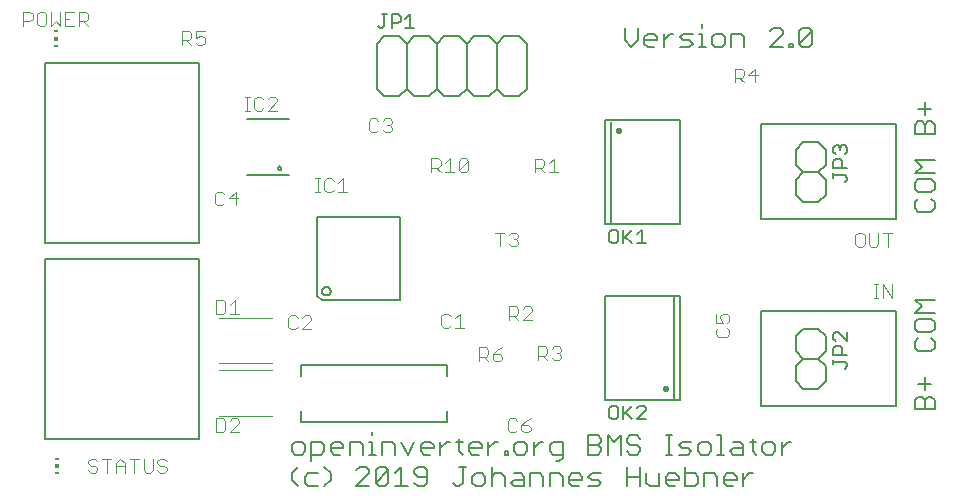
<source format=gbr>
G04 EAGLE Gerber RS-274X export*
G75*
%MOMM*%
%FSLAX34Y34*%
%LPD*%
%INSilkscreen Top*%
%IPPOS*%
%AMOC8*
5,1,8,0,0,1.08239X$1,22.5*%
G01*
%ADD10C,0.152400*%
%ADD11C,0.101600*%
%ADD12C,0.127000*%
%ADD13C,0.203200*%
%ADD14R,0.300000X0.150000*%
%ADD15R,0.300000X0.300000*%
%ADD16C,0.552200*%


D10*
X245274Y36732D02*
X250697Y36732D01*
X253409Y39444D01*
X253409Y44867D01*
X250697Y47579D01*
X245274Y47579D01*
X242562Y44867D01*
X242562Y39444D01*
X245274Y36732D01*
X258934Y31309D02*
X258934Y47579D01*
X267069Y47579D01*
X269780Y44867D01*
X269780Y39444D01*
X267069Y36732D01*
X258934Y36732D01*
X278017Y36732D02*
X283440Y36732D01*
X278017Y36732D02*
X275305Y39444D01*
X275305Y44867D01*
X278017Y47579D01*
X283440Y47579D01*
X286152Y44867D01*
X286152Y42155D01*
X275305Y42155D01*
X291677Y36732D02*
X291677Y47579D01*
X299812Y47579D01*
X302523Y44867D01*
X302523Y36732D01*
X308048Y47579D02*
X310760Y47579D01*
X310760Y36732D01*
X308048Y36732D02*
X313472Y36732D01*
X310760Y53002D02*
X310760Y55714D01*
X318963Y47579D02*
X318963Y36732D01*
X318963Y47579D02*
X327098Y47579D01*
X329809Y44867D01*
X329809Y36732D01*
X340757Y36732D02*
X335334Y47579D01*
X346181Y47579D02*
X340757Y36732D01*
X354417Y36732D02*
X359841Y36732D01*
X354417Y36732D02*
X351706Y39444D01*
X351706Y44867D01*
X354417Y47579D01*
X359841Y47579D01*
X362552Y44867D01*
X362552Y42155D01*
X351706Y42155D01*
X368077Y36732D02*
X368077Y47579D01*
X368077Y42155D02*
X373501Y47579D01*
X376212Y47579D01*
X384432Y50290D02*
X384432Y39444D01*
X387144Y36732D01*
X387144Y47579D02*
X381720Y47579D01*
X395346Y36732D02*
X400770Y36732D01*
X395346Y36732D02*
X392635Y39444D01*
X392635Y44867D01*
X395346Y47579D01*
X400770Y47579D01*
X403481Y44867D01*
X403481Y42155D01*
X392635Y42155D01*
X409006Y36732D02*
X409006Y47579D01*
X409006Y42155D02*
X414430Y47579D01*
X417141Y47579D01*
X422649Y39444D02*
X422649Y36732D01*
X422649Y39444D02*
X425361Y39444D01*
X425361Y36732D01*
X422649Y36732D01*
X433547Y36732D02*
X438970Y36732D01*
X441682Y39444D01*
X441682Y44867D01*
X438970Y47579D01*
X433547Y47579D01*
X430835Y44867D01*
X430835Y39444D01*
X433547Y36732D01*
X447207Y36732D02*
X447207Y47579D01*
X452630Y47579D02*
X447207Y42155D01*
X452630Y47579D02*
X455341Y47579D01*
X466273Y31309D02*
X468984Y31309D01*
X471696Y34020D01*
X471696Y47579D01*
X463561Y47579D01*
X460850Y44867D01*
X460850Y39444D01*
X463561Y36732D01*
X471696Y36732D01*
X493593Y36732D02*
X493593Y53002D01*
X501728Y53002D01*
X504439Y50290D01*
X504439Y47579D01*
X501728Y44867D01*
X504439Y42155D01*
X504439Y39444D01*
X501728Y36732D01*
X493593Y36732D01*
X493593Y44867D02*
X501728Y44867D01*
X509964Y36732D02*
X509964Y53002D01*
X515387Y47579D01*
X520811Y53002D01*
X520811Y36732D01*
X534471Y53002D02*
X537182Y50290D01*
X534471Y53002D02*
X529047Y53002D01*
X526336Y50290D01*
X526336Y47579D01*
X529047Y44867D01*
X534471Y44867D01*
X537182Y42155D01*
X537182Y39444D01*
X534471Y36732D01*
X529047Y36732D01*
X526336Y39444D01*
X559079Y36732D02*
X564502Y36732D01*
X561791Y36732D02*
X561791Y53002D01*
X564502Y53002D02*
X559079Y53002D01*
X569993Y36732D02*
X578128Y36732D01*
X580840Y39444D01*
X578128Y42155D01*
X572705Y42155D01*
X569993Y44867D01*
X572705Y47579D01*
X580840Y47579D01*
X589076Y36732D02*
X594500Y36732D01*
X597211Y39444D01*
X597211Y44867D01*
X594500Y47579D01*
X589076Y47579D01*
X586365Y44867D01*
X586365Y39444D01*
X589076Y36732D01*
X602736Y53002D02*
X605448Y53002D01*
X605448Y36732D01*
X602736Y36732D02*
X608160Y36732D01*
X616362Y47579D02*
X621786Y47579D01*
X624497Y44867D01*
X624497Y36732D01*
X616362Y36732D01*
X613651Y39444D01*
X616362Y42155D01*
X624497Y42155D01*
X632734Y39444D02*
X632734Y50290D01*
X632734Y39444D02*
X635446Y36732D01*
X635446Y47579D02*
X630022Y47579D01*
X643648Y36732D02*
X649072Y36732D01*
X651783Y39444D01*
X651783Y44867D01*
X649072Y47579D01*
X643648Y47579D01*
X640937Y44867D01*
X640937Y39444D01*
X643648Y36732D01*
X657308Y36732D02*
X657308Y47579D01*
X657308Y42155D02*
X662732Y47579D01*
X665443Y47579D01*
X247985Y10062D02*
X242562Y15485D01*
X242562Y20909D01*
X247985Y26332D01*
X256188Y20909D02*
X264323Y20909D01*
X256188Y20909D02*
X253476Y18197D01*
X253476Y12774D01*
X256188Y10062D01*
X264323Y10062D01*
X269848Y10062D02*
X275271Y15485D01*
X275271Y20909D01*
X269848Y26332D01*
X297134Y10062D02*
X307980Y10062D01*
X297134Y10062D02*
X307980Y20909D01*
X307980Y23620D01*
X305269Y26332D01*
X299846Y26332D01*
X297134Y23620D01*
X313505Y23620D02*
X313505Y12774D01*
X313505Y23620D02*
X316217Y26332D01*
X321640Y26332D01*
X324352Y23620D01*
X324352Y12774D01*
X321640Y10062D01*
X316217Y10062D01*
X313505Y12774D01*
X324352Y23620D01*
X329877Y20909D02*
X335300Y26332D01*
X335300Y10062D01*
X329877Y10062D02*
X340724Y10062D01*
X346249Y12774D02*
X348960Y10062D01*
X354384Y10062D01*
X357095Y12774D01*
X357095Y23620D01*
X354384Y26332D01*
X348960Y26332D01*
X346249Y23620D01*
X346249Y20909D01*
X348960Y18197D01*
X357095Y18197D01*
X378992Y12774D02*
X381703Y10062D01*
X384415Y10062D01*
X387127Y12774D01*
X387127Y26332D01*
X389838Y26332D02*
X384415Y26332D01*
X398075Y10062D02*
X403498Y10062D01*
X406210Y12774D01*
X406210Y18197D01*
X403498Y20909D01*
X398075Y20909D01*
X395363Y18197D01*
X395363Y12774D01*
X398075Y10062D01*
X411735Y10062D02*
X411735Y26332D01*
X414446Y20909D02*
X411735Y18197D01*
X414446Y20909D02*
X419870Y20909D01*
X422581Y18197D01*
X422581Y10062D01*
X430818Y20909D02*
X436241Y20909D01*
X438953Y18197D01*
X438953Y10062D01*
X430818Y10062D01*
X428106Y12774D01*
X430818Y15485D01*
X438953Y15485D01*
X444478Y10062D02*
X444478Y20909D01*
X452613Y20909D01*
X455325Y18197D01*
X455325Y10062D01*
X460850Y10062D02*
X460850Y20909D01*
X468984Y20909D01*
X471696Y18197D01*
X471696Y10062D01*
X479933Y10062D02*
X485356Y10062D01*
X479933Y10062D02*
X477221Y12774D01*
X477221Y18197D01*
X479933Y20909D01*
X485356Y20909D01*
X488068Y18197D01*
X488068Y15485D01*
X477221Y15485D01*
X493593Y10062D02*
X501728Y10062D01*
X504439Y12774D01*
X501728Y15485D01*
X496304Y15485D01*
X493593Y18197D01*
X496304Y20909D01*
X504439Y20909D01*
X526336Y26332D02*
X526336Y10062D01*
X526336Y18197D02*
X537182Y18197D01*
X537182Y26332D02*
X537182Y10062D01*
X542707Y12774D02*
X542707Y20909D01*
X542707Y12774D02*
X545419Y10062D01*
X553554Y10062D01*
X553554Y20909D01*
X561791Y10062D02*
X567214Y10062D01*
X561791Y10062D02*
X559079Y12774D01*
X559079Y18197D01*
X561791Y20909D01*
X567214Y20909D01*
X569925Y18197D01*
X569925Y15485D01*
X559079Y15485D01*
X575450Y10062D02*
X575450Y26332D01*
X575450Y10062D02*
X583585Y10062D01*
X586297Y12774D01*
X586297Y18197D01*
X583585Y20909D01*
X575450Y20909D01*
X591822Y20909D02*
X591822Y10062D01*
X591822Y20909D02*
X599957Y20909D01*
X602669Y18197D01*
X602669Y10062D01*
X610905Y10062D02*
X616329Y10062D01*
X610905Y10062D02*
X608194Y12774D01*
X608194Y18197D01*
X610905Y20909D01*
X616329Y20909D01*
X619040Y18197D01*
X619040Y15485D01*
X608194Y15485D01*
X624565Y10062D02*
X624565Y20909D01*
X629988Y20909D02*
X624565Y15485D01*
X629988Y20909D02*
X632700Y20909D01*
X770368Y250697D02*
X773080Y253409D01*
X770368Y250697D02*
X770368Y245274D01*
X773080Y242562D01*
X783926Y242562D01*
X786638Y245274D01*
X786638Y250697D01*
X783926Y253409D01*
X770368Y261645D02*
X770368Y267069D01*
X770368Y261645D02*
X773080Y258934D01*
X783926Y258934D01*
X786638Y261645D01*
X786638Y267069D01*
X783926Y269780D01*
X773080Y269780D01*
X770368Y267069D01*
X770368Y275305D02*
X786638Y275305D01*
X775791Y280728D02*
X770368Y275305D01*
X775791Y280728D02*
X770368Y286152D01*
X786638Y286152D01*
X786638Y308048D02*
X770368Y308048D01*
X770368Y316183D01*
X773080Y318895D01*
X775791Y318895D01*
X778503Y316183D01*
X781215Y318895D01*
X783926Y318895D01*
X786638Y316183D01*
X786638Y308048D01*
X778503Y308048D02*
X778503Y316183D01*
X778503Y324420D02*
X778503Y335266D01*
X773080Y329843D02*
X783926Y329843D01*
X786638Y75162D02*
X770368Y75162D01*
X770368Y83297D01*
X773080Y86009D01*
X775791Y86009D01*
X778503Y83297D01*
X781215Y86009D01*
X783926Y86009D01*
X786638Y83297D01*
X786638Y75162D01*
X778503Y75162D02*
X778503Y83297D01*
X778503Y91534D02*
X778503Y102380D01*
X773080Y96957D02*
X783926Y96957D01*
X770368Y132412D02*
X773080Y135123D01*
X770368Y132412D02*
X770368Y126988D01*
X773080Y124277D01*
X783926Y124277D01*
X786638Y126988D01*
X786638Y132412D01*
X783926Y135123D01*
X770368Y143360D02*
X770368Y148783D01*
X770368Y143360D02*
X773080Y140648D01*
X783926Y140648D01*
X786638Y143360D01*
X786638Y148783D01*
X783926Y151495D01*
X773080Y151495D01*
X770368Y148783D01*
X770368Y157020D02*
X786638Y157020D01*
X775791Y162443D02*
X770368Y157020D01*
X775791Y162443D02*
X770368Y167866D01*
X786638Y167866D01*
X524662Y387485D02*
X524662Y398332D01*
X524662Y387485D02*
X530085Y382062D01*
X535509Y387485D01*
X535509Y398332D01*
X543745Y382062D02*
X549169Y382062D01*
X543745Y382062D02*
X541034Y384774D01*
X541034Y390197D01*
X543745Y392909D01*
X549169Y392909D01*
X551880Y390197D01*
X551880Y387485D01*
X541034Y387485D01*
X557405Y382062D02*
X557405Y392909D01*
X562828Y392909D02*
X557405Y387485D01*
X562828Y392909D02*
X565540Y392909D01*
X571048Y382062D02*
X579183Y382062D01*
X581895Y384774D01*
X579183Y387485D01*
X573760Y387485D01*
X571048Y390197D01*
X573760Y392909D01*
X581895Y392909D01*
X587420Y392909D02*
X590131Y392909D01*
X590131Y382062D01*
X587420Y382062D02*
X592843Y382062D01*
X590131Y398332D02*
X590131Y401044D01*
X601046Y382062D02*
X606469Y382062D01*
X609181Y384774D01*
X609181Y390197D01*
X606469Y392909D01*
X601046Y392909D01*
X598334Y390197D01*
X598334Y384774D01*
X601046Y382062D01*
X614706Y382062D02*
X614706Y392909D01*
X622841Y392909D01*
X625552Y390197D01*
X625552Y382062D01*
X647449Y382062D02*
X658295Y382062D01*
X647449Y382062D02*
X658295Y392909D01*
X658295Y395620D01*
X655584Y398332D01*
X650160Y398332D01*
X647449Y395620D01*
X663820Y384774D02*
X663820Y382062D01*
X663820Y384774D02*
X666532Y384774D01*
X666532Y382062D01*
X663820Y382062D01*
X672006Y384774D02*
X672006Y395620D01*
X674718Y398332D01*
X680141Y398332D01*
X682853Y395620D01*
X682853Y384774D01*
X680141Y382062D01*
X674718Y382062D01*
X672006Y384774D01*
X682853Y395620D01*
X334250Y237850D02*
X264150Y237850D01*
X334250Y237850D02*
X334250Y167750D01*
X267700Y167750D01*
X264150Y171300D02*
X264150Y237850D01*
X264150Y171300D02*
X267700Y167750D01*
X268176Y175368D02*
X268178Y175487D01*
X268184Y175607D01*
X268194Y175726D01*
X268208Y175844D01*
X268226Y175962D01*
X268247Y176080D01*
X268273Y176196D01*
X268302Y176312D01*
X268336Y176427D01*
X268373Y176540D01*
X268414Y176652D01*
X268458Y176763D01*
X268506Y176873D01*
X268558Y176980D01*
X268613Y177086D01*
X268672Y177190D01*
X268735Y177292D01*
X268800Y177391D01*
X268869Y177489D01*
X268941Y177584D01*
X269016Y177677D01*
X269095Y177767D01*
X269176Y177855D01*
X269260Y177939D01*
X269347Y178021D01*
X269436Y178100D01*
X269528Y178176D01*
X269623Y178249D01*
X269720Y178319D01*
X269819Y178385D01*
X269921Y178448D01*
X270024Y178508D01*
X270129Y178564D01*
X270236Y178617D01*
X270345Y178666D01*
X270456Y178712D01*
X270568Y178753D01*
X270681Y178791D01*
X270795Y178826D01*
X270911Y178856D01*
X271027Y178883D01*
X271144Y178905D01*
X271262Y178924D01*
X271381Y178939D01*
X271500Y178950D01*
X271619Y178957D01*
X271738Y178960D01*
X271858Y178959D01*
X271977Y178954D01*
X272096Y178945D01*
X272215Y178932D01*
X272333Y178915D01*
X272450Y178895D01*
X272567Y178870D01*
X272683Y178841D01*
X272798Y178809D01*
X272912Y178773D01*
X273025Y178733D01*
X273136Y178689D01*
X273245Y178642D01*
X273353Y178591D01*
X273460Y178537D01*
X273564Y178479D01*
X273666Y178417D01*
X273767Y178353D01*
X273865Y178284D01*
X273961Y178213D01*
X274054Y178139D01*
X274145Y178061D01*
X274233Y177981D01*
X274318Y177897D01*
X274401Y177811D01*
X274481Y177722D01*
X274558Y177631D01*
X274631Y177537D01*
X274702Y177440D01*
X274769Y177342D01*
X274833Y177241D01*
X274894Y177138D01*
X274951Y177033D01*
X275004Y176927D01*
X275054Y176818D01*
X275101Y176708D01*
X275143Y176597D01*
X275182Y176484D01*
X275218Y176370D01*
X275249Y176254D01*
X275276Y176138D01*
X275300Y176021D01*
X275320Y175903D01*
X275336Y175785D01*
X275348Y175666D01*
X275356Y175547D01*
X275360Y175428D01*
X275360Y175308D01*
X275356Y175189D01*
X275348Y175070D01*
X275336Y174951D01*
X275320Y174833D01*
X275300Y174715D01*
X275276Y174598D01*
X275249Y174482D01*
X275218Y174366D01*
X275182Y174252D01*
X275143Y174139D01*
X275101Y174028D01*
X275054Y173918D01*
X275004Y173809D01*
X274951Y173703D01*
X274894Y173598D01*
X274833Y173495D01*
X274769Y173394D01*
X274702Y173296D01*
X274631Y173199D01*
X274558Y173105D01*
X274481Y173014D01*
X274401Y172925D01*
X274318Y172839D01*
X274233Y172755D01*
X274145Y172675D01*
X274054Y172597D01*
X273961Y172523D01*
X273865Y172452D01*
X273767Y172383D01*
X273666Y172319D01*
X273564Y172257D01*
X273460Y172199D01*
X273353Y172145D01*
X273245Y172094D01*
X273136Y172047D01*
X273025Y172003D01*
X272912Y171963D01*
X272798Y171927D01*
X272683Y171895D01*
X272567Y171866D01*
X272450Y171841D01*
X272333Y171821D01*
X272215Y171804D01*
X272096Y171791D01*
X271977Y171782D01*
X271858Y171777D01*
X271738Y171776D01*
X271619Y171779D01*
X271500Y171786D01*
X271381Y171797D01*
X271262Y171812D01*
X271144Y171831D01*
X271027Y171853D01*
X270911Y171880D01*
X270795Y171910D01*
X270681Y171945D01*
X270568Y171983D01*
X270456Y172024D01*
X270345Y172070D01*
X270236Y172119D01*
X270129Y172172D01*
X270024Y172228D01*
X269921Y172288D01*
X269819Y172351D01*
X269720Y172417D01*
X269623Y172487D01*
X269528Y172560D01*
X269436Y172636D01*
X269347Y172715D01*
X269260Y172797D01*
X269176Y172881D01*
X269095Y172969D01*
X269016Y173059D01*
X268941Y173152D01*
X268869Y173247D01*
X268800Y173345D01*
X268735Y173444D01*
X268672Y173546D01*
X268613Y173650D01*
X268558Y173756D01*
X268506Y173863D01*
X268458Y173973D01*
X268414Y174084D01*
X268373Y174196D01*
X268336Y174309D01*
X268302Y174424D01*
X268273Y174540D01*
X268247Y174656D01*
X268226Y174774D01*
X268208Y174892D01*
X268194Y175010D01*
X268184Y175129D01*
X268178Y175249D01*
X268176Y175368D01*
D11*
X266208Y259008D02*
X262310Y259008D01*
X264259Y259008D02*
X264259Y270702D01*
X262310Y270702D02*
X266208Y270702D01*
X275953Y270702D02*
X277902Y268753D01*
X275953Y270702D02*
X272055Y270702D01*
X270106Y268753D01*
X270106Y260957D01*
X272055Y259008D01*
X275953Y259008D01*
X277902Y260957D01*
X281800Y266804D02*
X285698Y270702D01*
X285698Y259008D01*
X281800Y259008D02*
X289596Y259008D01*
X418568Y224852D02*
X418568Y213158D01*
X414670Y224852D02*
X422466Y224852D01*
X426364Y222903D02*
X428313Y224852D01*
X432211Y224852D01*
X434160Y222903D01*
X434160Y220954D01*
X432211Y219005D01*
X430262Y219005D01*
X432211Y219005D02*
X434160Y217056D01*
X434160Y215107D01*
X432211Y213158D01*
X428313Y213158D01*
X426364Y215107D01*
D10*
X320950Y340400D02*
X314600Y346750D01*
X333650Y340400D02*
X340000Y346750D01*
X346350Y340400D01*
X359050Y340400D02*
X365400Y346750D01*
X371750Y340400D01*
X384450Y340400D02*
X390800Y346750D01*
X397150Y340400D01*
X409850Y340400D02*
X416200Y346750D01*
X314600Y346750D02*
X314600Y384850D01*
X320950Y391200D01*
X333650Y391200D01*
X340000Y384850D01*
X346350Y391200D01*
X359050Y391200D01*
X365400Y384850D01*
X371750Y391200D01*
X384450Y391200D01*
X390800Y384850D01*
X397150Y391200D01*
X409850Y391200D01*
X416200Y384850D01*
X340000Y384850D02*
X340000Y346750D01*
X365400Y346750D02*
X365400Y384850D01*
X390800Y384850D02*
X390800Y346750D01*
X416200Y346750D02*
X416200Y384850D01*
X409850Y340400D02*
X397150Y340400D01*
X384450Y340400D02*
X371750Y340400D01*
X359050Y340400D02*
X346350Y340400D01*
X333650Y340400D02*
X320950Y340400D01*
X416200Y346750D02*
X422550Y340400D01*
X435250Y340400D02*
X441600Y346750D01*
X416200Y384850D02*
X422550Y391200D01*
X435250Y391200D01*
X441600Y384850D01*
X441600Y346750D01*
X435250Y340400D02*
X422550Y340400D01*
D12*
X317142Y398185D02*
X315235Y400092D01*
X317142Y398185D02*
X319048Y398185D01*
X320955Y400092D01*
X320955Y409625D01*
X319048Y409625D02*
X322862Y409625D01*
X326929Y409625D02*
X326929Y398185D01*
X326929Y409625D02*
X332649Y409625D01*
X334555Y407718D01*
X334555Y403905D01*
X332649Y401998D01*
X326929Y401998D01*
X338623Y405812D02*
X342436Y409625D01*
X342436Y398185D01*
X338623Y398185D02*
X346249Y398185D01*
D13*
X163500Y202800D02*
X163500Y50400D01*
X163500Y202800D02*
X33500Y202800D01*
X33500Y50400D01*
X163500Y50400D01*
D10*
X204270Y321020D02*
X240330Y321020D01*
X240330Y273780D02*
X204270Y273780D01*
D13*
X230770Y279366D02*
X230772Y279441D01*
X230778Y279516D01*
X230788Y279591D01*
X230801Y279665D01*
X230819Y279738D01*
X230840Y279810D01*
X230865Y279881D01*
X230894Y279950D01*
X230927Y280018D01*
X230962Y280084D01*
X231002Y280148D01*
X231044Y280210D01*
X231090Y280270D01*
X231139Y280327D01*
X231191Y280381D01*
X231245Y280433D01*
X231302Y280482D01*
X231362Y280528D01*
X231424Y280570D01*
X231488Y280610D01*
X231554Y280645D01*
X231622Y280678D01*
X231691Y280707D01*
X231762Y280732D01*
X231834Y280753D01*
X231907Y280771D01*
X231981Y280784D01*
X232056Y280794D01*
X232131Y280800D01*
X232206Y280802D01*
X232281Y280800D01*
X232356Y280794D01*
X232431Y280784D01*
X232505Y280771D01*
X232578Y280753D01*
X232650Y280732D01*
X232721Y280707D01*
X232790Y280678D01*
X232858Y280645D01*
X232924Y280610D01*
X232988Y280570D01*
X233050Y280528D01*
X233110Y280482D01*
X233167Y280433D01*
X233221Y280381D01*
X233273Y280327D01*
X233322Y280270D01*
X233368Y280210D01*
X233410Y280148D01*
X233450Y280084D01*
X233485Y280018D01*
X233518Y279950D01*
X233547Y279881D01*
X233572Y279810D01*
X233593Y279738D01*
X233611Y279665D01*
X233624Y279591D01*
X233634Y279516D01*
X233640Y279441D01*
X233642Y279366D01*
X233640Y279291D01*
X233634Y279216D01*
X233624Y279141D01*
X233611Y279067D01*
X233593Y278994D01*
X233572Y278922D01*
X233547Y278851D01*
X233518Y278782D01*
X233485Y278714D01*
X233450Y278648D01*
X233410Y278584D01*
X233368Y278522D01*
X233322Y278462D01*
X233273Y278405D01*
X233221Y278351D01*
X233167Y278299D01*
X233110Y278250D01*
X233050Y278204D01*
X232988Y278162D01*
X232924Y278122D01*
X232858Y278087D01*
X232790Y278054D01*
X232721Y278025D01*
X232650Y278000D01*
X232578Y277979D01*
X232505Y277961D01*
X232431Y277948D01*
X232356Y277938D01*
X232281Y277932D01*
X232206Y277930D01*
X232131Y277932D01*
X232056Y277938D01*
X231981Y277948D01*
X231907Y277961D01*
X231834Y277979D01*
X231762Y278000D01*
X231691Y278025D01*
X231622Y278054D01*
X231554Y278087D01*
X231488Y278122D01*
X231424Y278162D01*
X231362Y278204D01*
X231302Y278250D01*
X231245Y278299D01*
X231191Y278351D01*
X231139Y278405D01*
X231090Y278462D01*
X231044Y278522D01*
X231002Y278584D01*
X230962Y278648D01*
X230927Y278714D01*
X230894Y278782D01*
X230865Y278851D01*
X230840Y278922D01*
X230819Y278994D01*
X230801Y279067D01*
X230788Y279141D01*
X230778Y279216D01*
X230772Y279291D01*
X230770Y279366D01*
D11*
X206822Y328008D02*
X202924Y328008D01*
X204873Y328008D02*
X204873Y339702D01*
X202924Y339702D02*
X206822Y339702D01*
X216567Y339702D02*
X218516Y337753D01*
X216567Y339702D02*
X212669Y339702D01*
X210720Y337753D01*
X210720Y329957D01*
X212669Y328008D01*
X216567Y328008D01*
X218516Y329957D01*
X222414Y328008D02*
X230210Y328008D01*
X222414Y328008D02*
X230210Y335804D01*
X230210Y337753D01*
X228261Y339702D01*
X224363Y339702D01*
X222414Y337753D01*
D14*
X42700Y383100D03*
X42700Y395100D03*
D15*
X42700Y389100D03*
D11*
X15254Y399812D02*
X15254Y411506D01*
X21101Y411506D01*
X23050Y409557D01*
X23050Y405659D01*
X21101Y403710D01*
X15254Y403710D01*
X28897Y411506D02*
X32795Y411506D01*
X28897Y411506D02*
X26948Y409557D01*
X26948Y401761D01*
X28897Y399812D01*
X32795Y399812D01*
X34744Y401761D01*
X34744Y409557D01*
X32795Y411506D01*
X38642Y411506D02*
X38642Y399812D01*
X42540Y403710D01*
X46438Y399812D01*
X46438Y411506D01*
X50336Y411506D02*
X58132Y411506D01*
X50336Y411506D02*
X50336Y399812D01*
X58132Y399812D01*
X54234Y405659D02*
X50336Y405659D01*
X62030Y399812D02*
X62030Y411506D01*
X67877Y411506D01*
X69826Y409557D01*
X69826Y405659D01*
X67877Y403710D01*
X62030Y403710D01*
X65928Y403710D02*
X69826Y399812D01*
D14*
X43800Y21000D03*
X43800Y33000D03*
D15*
X43800Y27000D03*
D11*
X76002Y33236D02*
X77951Y31287D01*
X76002Y33236D02*
X72104Y33236D01*
X70155Y31287D01*
X70155Y29338D01*
X72104Y27389D01*
X76002Y27389D01*
X77951Y25440D01*
X77951Y23491D01*
X76002Y21542D01*
X72104Y21542D01*
X70155Y23491D01*
X85747Y21542D02*
X85747Y33236D01*
X81849Y33236D02*
X89645Y33236D01*
X93543Y29338D02*
X93543Y21542D01*
X93543Y29338D02*
X97441Y33236D01*
X101339Y29338D01*
X101339Y21542D01*
X101339Y27389D02*
X93543Y27389D01*
X109135Y21542D02*
X109135Y33236D01*
X105237Y33236D02*
X113033Y33236D01*
X116931Y33236D02*
X116931Y23491D01*
X118880Y21542D01*
X122778Y21542D01*
X124727Y23491D01*
X124727Y33236D01*
X134472Y33236D02*
X136421Y31287D01*
X134472Y33236D02*
X130574Y33236D01*
X128625Y31287D01*
X128625Y29338D01*
X130574Y27389D01*
X134472Y27389D01*
X136421Y25440D01*
X136421Y23491D01*
X134472Y21542D01*
X130574Y21542D01*
X128625Y23491D01*
X149308Y383708D02*
X149308Y395402D01*
X155155Y395402D01*
X157104Y393453D01*
X157104Y389555D01*
X155155Y387606D01*
X149308Y387606D01*
X153206Y387606D02*
X157104Y383708D01*
X161002Y395402D02*
X168798Y395402D01*
X161002Y395402D02*
X161002Y389555D01*
X164900Y391504D01*
X166849Y391504D01*
X168798Y389555D01*
X168798Y385657D01*
X166849Y383708D01*
X162951Y383708D01*
X161002Y385657D01*
X400920Y127502D02*
X400920Y115808D01*
X400920Y127502D02*
X406767Y127502D01*
X408716Y125553D01*
X408716Y121655D01*
X406767Y119706D01*
X400920Y119706D01*
X404818Y119706D02*
X408716Y115808D01*
X416512Y125553D02*
X420410Y127502D01*
X416512Y125553D02*
X412614Y121655D01*
X412614Y117757D01*
X414563Y115808D01*
X418461Y115808D01*
X420410Y117757D01*
X420410Y119706D01*
X418461Y121655D01*
X412614Y121655D01*
X315516Y319553D02*
X313567Y321502D01*
X309669Y321502D01*
X307720Y319553D01*
X307720Y311757D01*
X309669Y309808D01*
X313567Y309808D01*
X315516Y311757D01*
X319414Y319553D02*
X321363Y321502D01*
X325261Y321502D01*
X327210Y319553D01*
X327210Y317604D01*
X325261Y315655D01*
X323312Y315655D01*
X325261Y315655D02*
X327210Y313706D01*
X327210Y311757D01*
X325261Y309808D01*
X321363Y309808D01*
X319414Y311757D01*
D12*
X373900Y73500D02*
X373900Y64500D01*
X249900Y64500D01*
X249900Y73500D01*
X373900Y103500D02*
X373900Y112500D01*
X249900Y112500D01*
X249900Y103500D01*
D11*
X374967Y156002D02*
X376916Y154053D01*
X374967Y156002D02*
X371069Y156002D01*
X369120Y154053D01*
X369120Y146257D01*
X371069Y144308D01*
X374967Y144308D01*
X376916Y146257D01*
X380814Y152104D02*
X384712Y156002D01*
X384712Y144308D01*
X380814Y144308D02*
X388610Y144308D01*
X247416Y152753D02*
X245467Y154702D01*
X241569Y154702D01*
X239620Y152753D01*
X239620Y144957D01*
X241569Y143008D01*
X245467Y143008D01*
X247416Y144957D01*
X251314Y143008D02*
X259110Y143008D01*
X251314Y143008D02*
X259110Y150804D01*
X259110Y152753D01*
X257161Y154702D01*
X253263Y154702D01*
X251314Y152753D01*
D13*
X163500Y215600D02*
X163500Y368000D01*
X33500Y368000D01*
X33500Y215600D01*
X163500Y215600D01*
D11*
X360726Y275908D02*
X360726Y287602D01*
X366573Y287602D01*
X368522Y285653D01*
X368522Y281755D01*
X366573Y279806D01*
X360726Y279806D01*
X364624Y279806D02*
X368522Y275908D01*
X372420Y283704D02*
X376318Y287602D01*
X376318Y275908D01*
X372420Y275908D02*
X380216Y275908D01*
X384114Y277857D02*
X384114Y285653D01*
X386063Y287602D01*
X389961Y287602D01*
X391910Y285653D01*
X391910Y277857D01*
X389961Y275908D01*
X386063Y275908D01*
X384114Y277857D01*
X391910Y285653D01*
X185104Y257553D02*
X183155Y259502D01*
X179257Y259502D01*
X177308Y257553D01*
X177308Y249757D01*
X179257Y247808D01*
X183155Y247808D01*
X185104Y249757D01*
X194849Y247808D02*
X194849Y259502D01*
X189002Y253655D01*
X196798Y253655D01*
D10*
X512760Y232300D02*
X571200Y232300D01*
X512760Y232300D02*
X507600Y232300D01*
X571200Y232300D02*
X571200Y319750D01*
X507600Y319750D02*
X507600Y232300D01*
X507600Y319750D02*
X571200Y319750D01*
X512760Y318750D02*
X512760Y232300D01*
D16*
X519400Y310900D03*
D12*
X517105Y227175D02*
X513292Y227175D01*
X511385Y225268D01*
X511385Y217642D01*
X513292Y215735D01*
X517105Y215735D01*
X519012Y217642D01*
X519012Y225268D01*
X517105Y227175D01*
X523079Y227175D02*
X523079Y215735D01*
X523079Y219548D02*
X530705Y227175D01*
X524986Y221455D02*
X530705Y215735D01*
X534773Y223362D02*
X538586Y227175D01*
X538586Y215735D01*
X534773Y215735D02*
X542399Y215735D01*
D10*
X566040Y170700D02*
X507600Y170700D01*
X566040Y170700D02*
X571200Y170700D01*
X507600Y170700D02*
X507600Y83250D01*
X571200Y83250D02*
X571200Y170700D01*
X571200Y83250D02*
X507600Y83250D01*
X566040Y84250D02*
X566040Y170700D01*
D16*
X559400Y92100D03*
D12*
X517105Y78375D02*
X513292Y78375D01*
X511385Y76468D01*
X511385Y68842D01*
X513292Y66935D01*
X517105Y66935D01*
X519012Y68842D01*
X519012Y76468D01*
X517105Y78375D01*
X523079Y78375D02*
X523079Y66935D01*
X523079Y70748D02*
X530705Y78375D01*
X524986Y72655D02*
X530705Y66935D01*
X534773Y66935D02*
X542399Y66935D01*
X534773Y66935D02*
X542399Y74562D01*
X542399Y76468D01*
X540493Y78375D01*
X536680Y78375D01*
X534773Y76468D01*
D11*
X448620Y275808D02*
X448620Y287502D01*
X454467Y287502D01*
X456416Y285553D01*
X456416Y281655D01*
X454467Y279706D01*
X448620Y279706D01*
X452518Y279706D02*
X456416Y275808D01*
X460314Y283604D02*
X464212Y287502D01*
X464212Y275808D01*
X460314Y275808D02*
X468110Y275808D01*
X426320Y162302D02*
X426320Y150608D01*
X426320Y162302D02*
X432167Y162302D01*
X434116Y160353D01*
X434116Y156455D01*
X432167Y154506D01*
X426320Y154506D01*
X430218Y154506D02*
X434116Y150608D01*
X438014Y150608D02*
X445810Y150608D01*
X438014Y150608D02*
X445810Y158404D01*
X445810Y160353D01*
X443861Y162302D01*
X439963Y162302D01*
X438014Y160353D01*
X451108Y128402D02*
X451108Y116708D01*
X451108Y128402D02*
X456955Y128402D01*
X458904Y126453D01*
X458904Y122555D01*
X456955Y120606D01*
X451108Y120606D01*
X455006Y120606D02*
X458904Y116708D01*
X462802Y126453D02*
X464751Y128402D01*
X468649Y128402D01*
X470598Y126453D01*
X470598Y124504D01*
X468649Y122555D01*
X466700Y122555D01*
X468649Y122555D02*
X470598Y120606D01*
X470598Y118657D01*
X468649Y116708D01*
X464751Y116708D01*
X462802Y118657D01*
X617408Y352008D02*
X617408Y363702D01*
X623255Y363702D01*
X625204Y361753D01*
X625204Y357855D01*
X623255Y355906D01*
X617408Y355906D01*
X621306Y355906D02*
X625204Y352008D01*
X634949Y352008D02*
X634949Y363702D01*
X629102Y357855D01*
X636898Y357855D01*
D12*
X639700Y316900D02*
X753700Y316900D01*
X639700Y316900D02*
X639700Y235900D01*
X753700Y235900D01*
X753700Y316900D01*
D11*
X725473Y224602D02*
X721575Y224602D01*
X719626Y222653D01*
X719626Y214857D01*
X721575Y212908D01*
X725473Y212908D01*
X727422Y214857D01*
X727422Y222653D01*
X725473Y224602D01*
X731320Y224602D02*
X731320Y214857D01*
X733269Y212908D01*
X737167Y212908D01*
X739116Y214857D01*
X739116Y224602D01*
X746912Y224602D02*
X746912Y212908D01*
X743014Y224602D02*
X750810Y224602D01*
D12*
X753700Y158800D02*
X639700Y158800D01*
X639700Y77800D01*
X753700Y77800D01*
X753700Y158800D01*
D11*
X739116Y169508D02*
X735218Y169508D01*
X737167Y169508D02*
X737167Y181202D01*
X735218Y181202D02*
X739116Y181202D01*
X743014Y181202D02*
X743014Y169508D01*
X750810Y169508D02*
X743014Y181202D01*
X750810Y181202D02*
X750810Y169508D01*
X225600Y114000D02*
X180800Y114000D01*
X180800Y152400D02*
X225600Y152400D01*
X178458Y156008D02*
X178458Y167702D01*
X178458Y156008D02*
X184305Y156008D01*
X186254Y157957D01*
X186254Y165753D01*
X184305Y167702D01*
X178458Y167702D01*
X190152Y163804D02*
X194050Y167702D01*
X194050Y156008D01*
X190152Y156008D02*
X197948Y156008D01*
X180800Y69700D02*
X225600Y69700D01*
X225600Y108100D02*
X180800Y108100D01*
X178458Y67602D02*
X178458Y55908D01*
X184305Y55908D01*
X186254Y57857D01*
X186254Y65653D01*
X184305Y67602D01*
X178458Y67602D01*
X190152Y55908D02*
X197948Y55908D01*
X190152Y55908D02*
X197948Y63704D01*
X197948Y65653D01*
X195999Y67602D01*
X192101Y67602D01*
X190152Y65653D01*
X601298Y142455D02*
X603247Y144404D01*
X601298Y142455D02*
X601298Y138557D01*
X603247Y136608D01*
X611043Y136608D01*
X612992Y138557D01*
X612992Y142455D01*
X611043Y144404D01*
X601298Y148302D02*
X601298Y156098D01*
X601298Y148302D02*
X607145Y148302D01*
X605196Y152200D01*
X605196Y154149D01*
X607145Y156098D01*
X611043Y156098D01*
X612992Y154149D01*
X612992Y150251D01*
X611043Y148302D01*
D10*
X694700Y136850D02*
X694700Y124150D01*
X688350Y117800D01*
X675650Y117800D01*
X669300Y124150D01*
X675650Y143200D02*
X688350Y143200D01*
X694700Y136850D01*
X675650Y143200D02*
X669300Y136850D01*
X669300Y124150D01*
X688350Y117800D02*
X694700Y111450D01*
X694700Y98750D01*
X688350Y92400D01*
X675650Y92400D01*
X669300Y98750D01*
X669300Y111450D01*
X675650Y117800D01*
D12*
X710446Y109515D02*
X712353Y111422D01*
X712353Y113328D01*
X710446Y115235D01*
X700913Y115235D01*
X700913Y113328D02*
X700913Y117142D01*
X700913Y121209D02*
X712353Y121209D01*
X700913Y121209D02*
X700913Y126929D01*
X702820Y128836D01*
X706633Y128836D01*
X708540Y126929D01*
X708540Y121209D01*
X712353Y132903D02*
X712353Y140529D01*
X712353Y132903D02*
X704727Y140529D01*
X702820Y140529D01*
X700913Y138623D01*
X700913Y134810D01*
X702820Y132903D01*
D10*
X694700Y282250D02*
X694700Y294950D01*
X694700Y282250D02*
X688350Y275900D01*
X675650Y275900D01*
X669300Y282250D01*
X675650Y301300D02*
X688350Y301300D01*
X694700Y294950D01*
X675650Y301300D02*
X669300Y294950D01*
X669300Y282250D01*
X688350Y275900D02*
X694700Y269550D01*
X694700Y256850D01*
X688350Y250500D01*
X675650Y250500D01*
X669300Y256850D01*
X669300Y269550D01*
X675650Y275900D01*
D12*
X710446Y267615D02*
X712353Y269522D01*
X712353Y271428D01*
X710446Y273335D01*
X700913Y273335D01*
X700913Y271428D02*
X700913Y275242D01*
X700913Y279309D02*
X712353Y279309D01*
X700913Y279309D02*
X700913Y285029D01*
X702820Y286936D01*
X706633Y286936D01*
X708540Y285029D01*
X708540Y279309D01*
X702820Y291003D02*
X700913Y292910D01*
X700913Y296723D01*
X702820Y298629D01*
X704727Y298629D01*
X706633Y296723D01*
X706633Y294816D01*
X706633Y296723D02*
X708540Y298629D01*
X710446Y298629D01*
X712353Y296723D01*
X712353Y292910D01*
X710446Y291003D01*
D11*
X433016Y65453D02*
X431067Y67402D01*
X427169Y67402D01*
X425220Y65453D01*
X425220Y57657D01*
X427169Y55708D01*
X431067Y55708D01*
X433016Y57657D01*
X440812Y65453D02*
X444710Y67402D01*
X440812Y65453D02*
X436914Y61555D01*
X436914Y57657D01*
X438863Y55708D01*
X442761Y55708D01*
X444710Y57657D01*
X444710Y59606D01*
X442761Y61555D01*
X436914Y61555D01*
M02*

</source>
